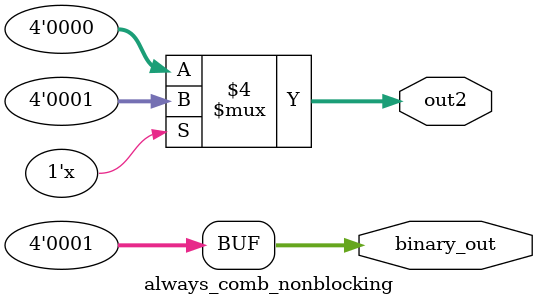
<source format=sv>
module always_comb_nonblocking(
binary_out, //  4 bit binary Output
out2
);
output bit [3:0] binary_out  ;
output bit [3:0] out2;
 
always_comb begin
    out2 = 4'b0;
    if (binary_out)
        out2 = 4'b1;
    binary_out = 4'd1; 
end


endmodule
</source>
